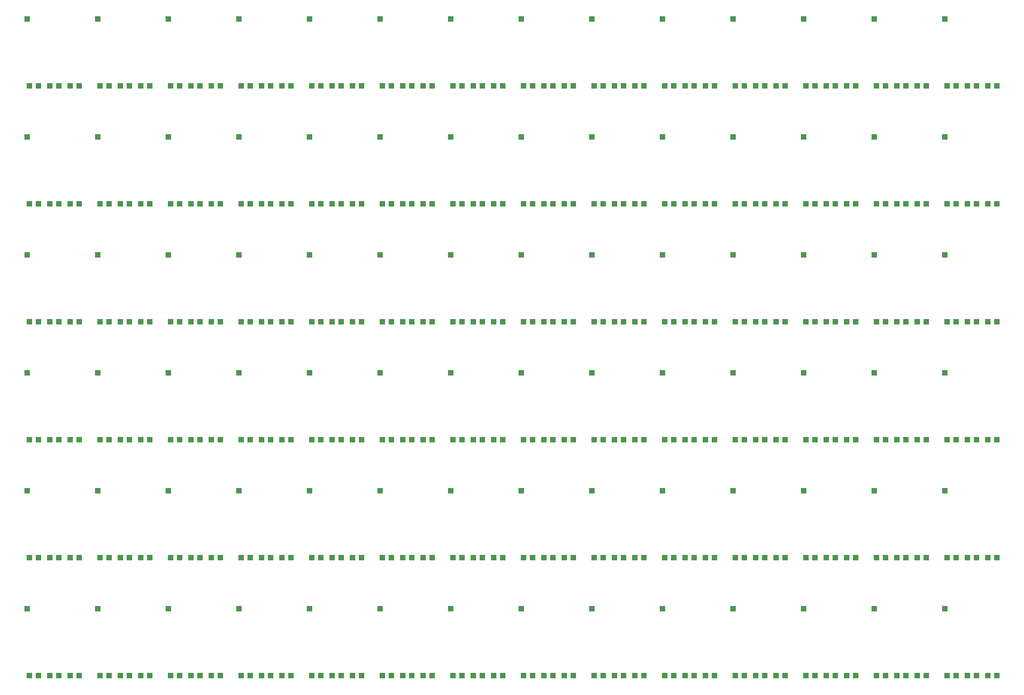
<source format=gtp>
G04 EAGLE Gerber RS-274X export*
G75*
%MOMM*%
%FSLAX34Y34*%
%LPD*%
%INSolderpaste Top*%
%IPPOS*%
%AMOC8*
5,1,8,0,0,1.08239X$1,22.5*%
G01*
%ADD10R,1.079500X1.079500*%
%ADD11R,1.100000X1.000000*%


D10*
X13018Y158433D03*
X145098Y158433D03*
X277178Y158433D03*
X409258Y158433D03*
X541338Y158433D03*
X673418Y158433D03*
X805498Y158433D03*
X937578Y158433D03*
X1069658Y158433D03*
X1201738Y158433D03*
X1333818Y158433D03*
X1465898Y158433D03*
X1597978Y158433D03*
X1730058Y158433D03*
X13018Y379413D03*
X145098Y379413D03*
X277178Y379413D03*
X409258Y379413D03*
X541338Y379413D03*
X673418Y379413D03*
X805498Y379413D03*
X937578Y379413D03*
X1069658Y379413D03*
X1201738Y379413D03*
X1333818Y379413D03*
X1465898Y379413D03*
X1597978Y379413D03*
X1730058Y379413D03*
X13018Y600393D03*
X145098Y600393D03*
X277178Y600393D03*
X409258Y600393D03*
X541338Y600393D03*
X673418Y600393D03*
X805498Y600393D03*
X937578Y600393D03*
X1069658Y600393D03*
X1201738Y600393D03*
X1333818Y600393D03*
X1465898Y600393D03*
X1597978Y600393D03*
X1730058Y600393D03*
X13018Y821373D03*
X145098Y821373D03*
X277178Y821373D03*
X409258Y821373D03*
X541338Y821373D03*
X673418Y821373D03*
X805498Y821373D03*
X937578Y821373D03*
X1069658Y821373D03*
X1201738Y821373D03*
X1333818Y821373D03*
X1465898Y821373D03*
X1597978Y821373D03*
X1730058Y821373D03*
X13018Y1042353D03*
X145098Y1042353D03*
X277178Y1042353D03*
X409258Y1042353D03*
X541338Y1042353D03*
X673418Y1042353D03*
X805498Y1042353D03*
X937578Y1042353D03*
X1069658Y1042353D03*
X1201738Y1042353D03*
X1333818Y1042353D03*
X1465898Y1042353D03*
X1597978Y1042353D03*
X1730058Y1042353D03*
X13018Y1263333D03*
X145098Y1263333D03*
X277178Y1263333D03*
X409258Y1263333D03*
X541338Y1263333D03*
X673418Y1263333D03*
X805498Y1263333D03*
X937578Y1263333D03*
X1069658Y1263333D03*
X1201738Y1263333D03*
X1333818Y1263333D03*
X1465898Y1263333D03*
X1597978Y1263333D03*
X1730058Y1263333D03*
D11*
X16900Y33020D03*
X33900Y33020D03*
X110100Y33020D03*
X93100Y33020D03*
X72000Y33020D03*
X55000Y33020D03*
X148980Y33020D03*
X165980Y33020D03*
X242180Y33020D03*
X225180Y33020D03*
X204080Y33020D03*
X187080Y33020D03*
X281060Y33020D03*
X298060Y33020D03*
X374260Y33020D03*
X357260Y33020D03*
X336160Y33020D03*
X319160Y33020D03*
X413140Y33020D03*
X430140Y33020D03*
X506340Y33020D03*
X489340Y33020D03*
X468240Y33020D03*
X451240Y33020D03*
X545220Y33020D03*
X562220Y33020D03*
X638420Y33020D03*
X621420Y33020D03*
X600320Y33020D03*
X583320Y33020D03*
X677300Y33020D03*
X694300Y33020D03*
X770500Y33020D03*
X753500Y33020D03*
X732400Y33020D03*
X715400Y33020D03*
X809380Y33020D03*
X826380Y33020D03*
X902580Y33020D03*
X885580Y33020D03*
X864480Y33020D03*
X847480Y33020D03*
X941460Y33020D03*
X958460Y33020D03*
X1034660Y33020D03*
X1017660Y33020D03*
X996560Y33020D03*
X979560Y33020D03*
X1073540Y33020D03*
X1090540Y33020D03*
X1166740Y33020D03*
X1149740Y33020D03*
X1128640Y33020D03*
X1111640Y33020D03*
X1205620Y33020D03*
X1222620Y33020D03*
X1298820Y33020D03*
X1281820Y33020D03*
X1260720Y33020D03*
X1243720Y33020D03*
X1337700Y33020D03*
X1354700Y33020D03*
X1430900Y33020D03*
X1413900Y33020D03*
X1392800Y33020D03*
X1375800Y33020D03*
X1469780Y33020D03*
X1486780Y33020D03*
X1562980Y33020D03*
X1545980Y33020D03*
X1524880Y33020D03*
X1507880Y33020D03*
X1601860Y33020D03*
X1618860Y33020D03*
X1695060Y33020D03*
X1678060Y33020D03*
X1656960Y33020D03*
X1639960Y33020D03*
X1733940Y33020D03*
X1750940Y33020D03*
X1827140Y33020D03*
X1810140Y33020D03*
X1789040Y33020D03*
X1772040Y33020D03*
X16900Y254000D03*
X33900Y254000D03*
X110100Y254000D03*
X93100Y254000D03*
X72000Y254000D03*
X55000Y254000D03*
X148980Y254000D03*
X165980Y254000D03*
X242180Y254000D03*
X225180Y254000D03*
X204080Y254000D03*
X187080Y254000D03*
X281060Y254000D03*
X298060Y254000D03*
X374260Y254000D03*
X357260Y254000D03*
X336160Y254000D03*
X319160Y254000D03*
X413140Y254000D03*
X430140Y254000D03*
X506340Y254000D03*
X489340Y254000D03*
X468240Y254000D03*
X451240Y254000D03*
X545220Y254000D03*
X562220Y254000D03*
X638420Y254000D03*
X621420Y254000D03*
X600320Y254000D03*
X583320Y254000D03*
X677300Y254000D03*
X694300Y254000D03*
X770500Y254000D03*
X753500Y254000D03*
X732400Y254000D03*
X715400Y254000D03*
X809380Y254000D03*
X826380Y254000D03*
X902580Y254000D03*
X885580Y254000D03*
X864480Y254000D03*
X847480Y254000D03*
X941460Y254000D03*
X958460Y254000D03*
X1034660Y254000D03*
X1017660Y254000D03*
X996560Y254000D03*
X979560Y254000D03*
X1073540Y254000D03*
X1090540Y254000D03*
X1166740Y254000D03*
X1149740Y254000D03*
X1128640Y254000D03*
X1111640Y254000D03*
X1205620Y254000D03*
X1222620Y254000D03*
X1298820Y254000D03*
X1281820Y254000D03*
X1260720Y254000D03*
X1243720Y254000D03*
X1337700Y254000D03*
X1354700Y254000D03*
X1430900Y254000D03*
X1413900Y254000D03*
X1392800Y254000D03*
X1375800Y254000D03*
X1469780Y254000D03*
X1486780Y254000D03*
X1562980Y254000D03*
X1545980Y254000D03*
X1524880Y254000D03*
X1507880Y254000D03*
X1601860Y254000D03*
X1618860Y254000D03*
X1695060Y254000D03*
X1678060Y254000D03*
X1656960Y254000D03*
X1639960Y254000D03*
X1733940Y254000D03*
X1750940Y254000D03*
X1827140Y254000D03*
X1810140Y254000D03*
X1789040Y254000D03*
X1772040Y254000D03*
X16900Y474980D03*
X33900Y474980D03*
X110100Y474980D03*
X93100Y474980D03*
X72000Y474980D03*
X55000Y474980D03*
X148980Y474980D03*
X165980Y474980D03*
X242180Y474980D03*
X225180Y474980D03*
X204080Y474980D03*
X187080Y474980D03*
X281060Y474980D03*
X298060Y474980D03*
X374260Y474980D03*
X357260Y474980D03*
X336160Y474980D03*
X319160Y474980D03*
X413140Y474980D03*
X430140Y474980D03*
X506340Y474980D03*
X489340Y474980D03*
X468240Y474980D03*
X451240Y474980D03*
X545220Y474980D03*
X562220Y474980D03*
X638420Y474980D03*
X621420Y474980D03*
X600320Y474980D03*
X583320Y474980D03*
X677300Y474980D03*
X694300Y474980D03*
X770500Y474980D03*
X753500Y474980D03*
X732400Y474980D03*
X715400Y474980D03*
X809380Y474980D03*
X826380Y474980D03*
X902580Y474980D03*
X885580Y474980D03*
X864480Y474980D03*
X847480Y474980D03*
X941460Y474980D03*
X958460Y474980D03*
X1034660Y474980D03*
X1017660Y474980D03*
X996560Y474980D03*
X979560Y474980D03*
X1073540Y474980D03*
X1090540Y474980D03*
X1166740Y474980D03*
X1149740Y474980D03*
X1128640Y474980D03*
X1111640Y474980D03*
X1205620Y474980D03*
X1222620Y474980D03*
X1298820Y474980D03*
X1281820Y474980D03*
X1260720Y474980D03*
X1243720Y474980D03*
X1337700Y474980D03*
X1354700Y474980D03*
X1430900Y474980D03*
X1413900Y474980D03*
X1392800Y474980D03*
X1375800Y474980D03*
X1469780Y474980D03*
X1486780Y474980D03*
X1562980Y474980D03*
X1545980Y474980D03*
X1524880Y474980D03*
X1507880Y474980D03*
X1601860Y474980D03*
X1618860Y474980D03*
X1695060Y474980D03*
X1678060Y474980D03*
X1656960Y474980D03*
X1639960Y474980D03*
X1733940Y474980D03*
X1750940Y474980D03*
X1827140Y474980D03*
X1810140Y474980D03*
X1789040Y474980D03*
X1772040Y474980D03*
X16900Y695960D03*
X33900Y695960D03*
X110100Y695960D03*
X93100Y695960D03*
X72000Y695960D03*
X55000Y695960D03*
X148980Y695960D03*
X165980Y695960D03*
X242180Y695960D03*
X225180Y695960D03*
X204080Y695960D03*
X187080Y695960D03*
X281060Y695960D03*
X298060Y695960D03*
X374260Y695960D03*
X357260Y695960D03*
X336160Y695960D03*
X319160Y695960D03*
X413140Y695960D03*
X430140Y695960D03*
X506340Y695960D03*
X489340Y695960D03*
X468240Y695960D03*
X451240Y695960D03*
X545220Y695960D03*
X562220Y695960D03*
X638420Y695960D03*
X621420Y695960D03*
X600320Y695960D03*
X583320Y695960D03*
X677300Y695960D03*
X694300Y695960D03*
X770500Y695960D03*
X753500Y695960D03*
X732400Y695960D03*
X715400Y695960D03*
X809380Y695960D03*
X826380Y695960D03*
X902580Y695960D03*
X885580Y695960D03*
X864480Y695960D03*
X847480Y695960D03*
X941460Y695960D03*
X958460Y695960D03*
X1034660Y695960D03*
X1017660Y695960D03*
X996560Y695960D03*
X979560Y695960D03*
X1073540Y695960D03*
X1090540Y695960D03*
X1166740Y695960D03*
X1149740Y695960D03*
X1128640Y695960D03*
X1111640Y695960D03*
X1205620Y695960D03*
X1222620Y695960D03*
X1298820Y695960D03*
X1281820Y695960D03*
X1260720Y695960D03*
X1243720Y695960D03*
X1337700Y695960D03*
X1354700Y695960D03*
X1430900Y695960D03*
X1413900Y695960D03*
X1392800Y695960D03*
X1375800Y695960D03*
X1469780Y695960D03*
X1486780Y695960D03*
X1562980Y695960D03*
X1545980Y695960D03*
X1524880Y695960D03*
X1507880Y695960D03*
X1601860Y695960D03*
X1618860Y695960D03*
X1695060Y695960D03*
X1678060Y695960D03*
X1656960Y695960D03*
X1639960Y695960D03*
X1733940Y695960D03*
X1750940Y695960D03*
X1827140Y695960D03*
X1810140Y695960D03*
X1789040Y695960D03*
X1772040Y695960D03*
X16900Y916940D03*
X33900Y916940D03*
X110100Y916940D03*
X93100Y916940D03*
X72000Y916940D03*
X55000Y916940D03*
X148980Y916940D03*
X165980Y916940D03*
X242180Y916940D03*
X225180Y916940D03*
X204080Y916940D03*
X187080Y916940D03*
X281060Y916940D03*
X298060Y916940D03*
X374260Y916940D03*
X357260Y916940D03*
X336160Y916940D03*
X319160Y916940D03*
X413140Y916940D03*
X430140Y916940D03*
X506340Y916940D03*
X489340Y916940D03*
X468240Y916940D03*
X451240Y916940D03*
X545220Y916940D03*
X562220Y916940D03*
X638420Y916940D03*
X621420Y916940D03*
X600320Y916940D03*
X583320Y916940D03*
X677300Y916940D03*
X694300Y916940D03*
X770500Y916940D03*
X753500Y916940D03*
X732400Y916940D03*
X715400Y916940D03*
X809380Y916940D03*
X826380Y916940D03*
X902580Y916940D03*
X885580Y916940D03*
X864480Y916940D03*
X847480Y916940D03*
X941460Y916940D03*
X958460Y916940D03*
X1034660Y916940D03*
X1017660Y916940D03*
X996560Y916940D03*
X979560Y916940D03*
X1073540Y916940D03*
X1090540Y916940D03*
X1166740Y916940D03*
X1149740Y916940D03*
X1128640Y916940D03*
X1111640Y916940D03*
X1205620Y916940D03*
X1222620Y916940D03*
X1298820Y916940D03*
X1281820Y916940D03*
X1260720Y916940D03*
X1243720Y916940D03*
X1337700Y916940D03*
X1354700Y916940D03*
X1430900Y916940D03*
X1413900Y916940D03*
X1392800Y916940D03*
X1375800Y916940D03*
X1469780Y916940D03*
X1486780Y916940D03*
X1562980Y916940D03*
X1545980Y916940D03*
X1524880Y916940D03*
X1507880Y916940D03*
X1601860Y916940D03*
X1618860Y916940D03*
X1695060Y916940D03*
X1678060Y916940D03*
X1656960Y916940D03*
X1639960Y916940D03*
X1733940Y916940D03*
X1750940Y916940D03*
X1827140Y916940D03*
X1810140Y916940D03*
X1789040Y916940D03*
X1772040Y916940D03*
X16900Y1137920D03*
X33900Y1137920D03*
X110100Y1137920D03*
X93100Y1137920D03*
X72000Y1137920D03*
X55000Y1137920D03*
X148980Y1137920D03*
X165980Y1137920D03*
X242180Y1137920D03*
X225180Y1137920D03*
X204080Y1137920D03*
X187080Y1137920D03*
X281060Y1137920D03*
X298060Y1137920D03*
X374260Y1137920D03*
X357260Y1137920D03*
X336160Y1137920D03*
X319160Y1137920D03*
X413140Y1137920D03*
X430140Y1137920D03*
X506340Y1137920D03*
X489340Y1137920D03*
X468240Y1137920D03*
X451240Y1137920D03*
X545220Y1137920D03*
X562220Y1137920D03*
X638420Y1137920D03*
X621420Y1137920D03*
X600320Y1137920D03*
X583320Y1137920D03*
X677300Y1137920D03*
X694300Y1137920D03*
X770500Y1137920D03*
X753500Y1137920D03*
X732400Y1137920D03*
X715400Y1137920D03*
X809380Y1137920D03*
X826380Y1137920D03*
X902580Y1137920D03*
X885580Y1137920D03*
X864480Y1137920D03*
X847480Y1137920D03*
X941460Y1137920D03*
X958460Y1137920D03*
X1034660Y1137920D03*
X1017660Y1137920D03*
X996560Y1137920D03*
X979560Y1137920D03*
X1073540Y1137920D03*
X1090540Y1137920D03*
X1166740Y1137920D03*
X1149740Y1137920D03*
X1128640Y1137920D03*
X1111640Y1137920D03*
X1205620Y1137920D03*
X1222620Y1137920D03*
X1298820Y1137920D03*
X1281820Y1137920D03*
X1260720Y1137920D03*
X1243720Y1137920D03*
X1337700Y1137920D03*
X1354700Y1137920D03*
X1430900Y1137920D03*
X1413900Y1137920D03*
X1392800Y1137920D03*
X1375800Y1137920D03*
X1469780Y1137920D03*
X1486780Y1137920D03*
X1562980Y1137920D03*
X1545980Y1137920D03*
X1524880Y1137920D03*
X1507880Y1137920D03*
X1601860Y1137920D03*
X1618860Y1137920D03*
X1695060Y1137920D03*
X1678060Y1137920D03*
X1656960Y1137920D03*
X1639960Y1137920D03*
X1733940Y1137920D03*
X1750940Y1137920D03*
X1827140Y1137920D03*
X1810140Y1137920D03*
X1789040Y1137920D03*
X1772040Y1137920D03*
M02*

</source>
